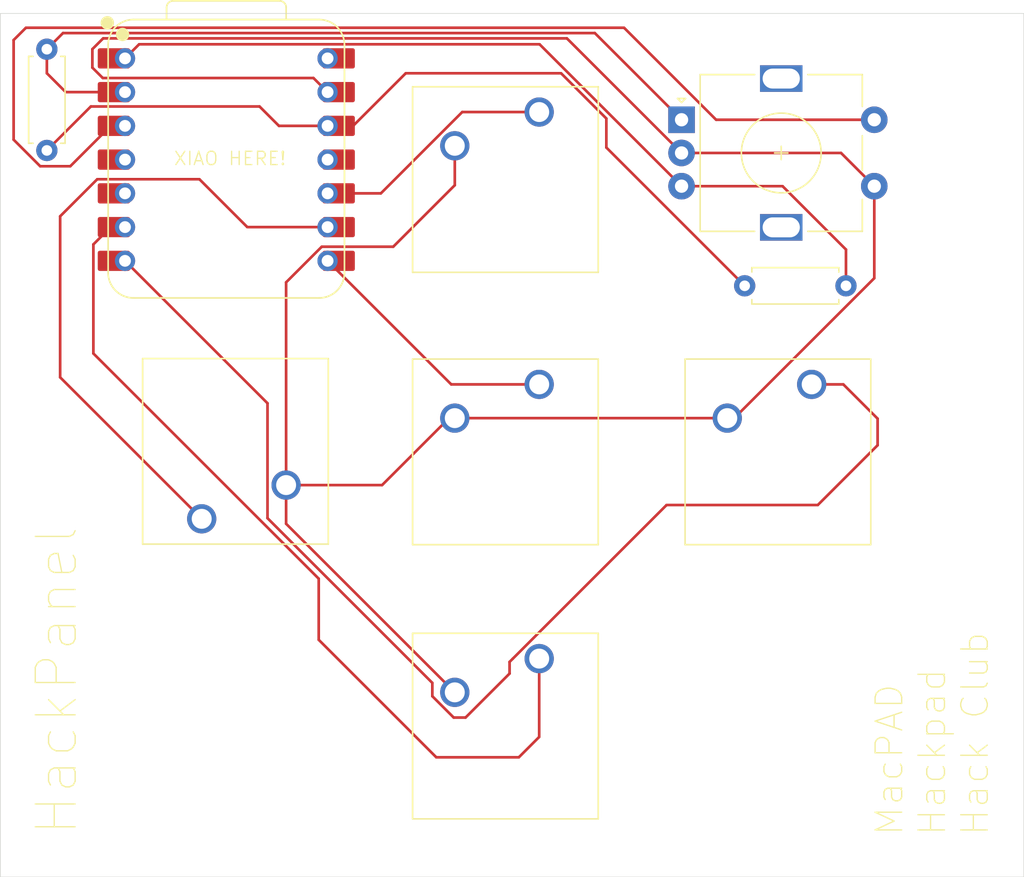
<source format=kicad_pcb>
(kicad_pcb (version 20240108) (generator "pcbnew") (generator_version "8.0")
  (layers (0 "F.Cu" signal) (31 "B.Cu" signal) (34 "B.Paste" user) (35 "F.Paste" user) (36 "B.SilkS" user "B.Silkscreen") (37 "F.SilkS" user "F.Silkscreen") (38 "B.Mask" user) (39 "F.Mask" user) (44 "Edge.Cuts" user))
  (net 0 "")
  (footprint "Rotary_Encoder:RotaryEncoder_Alps_EC11E-Switch_Vertical_H20mm" (layer "F.Cu") (at 161.25 69)
    (property "Reference" "SW1" (hide yes))
    (property "Value" "RotaryEncoder_Switch" (hide yes))
    (fp_line (start -0.3 -1.6) (end 0.3 -1.6) (stroke (width 0.12)) (layer "F.SilkS"))
    (fp_line (start 0 -1.3) (end -0.3 -1.6) (stroke (width 0.12)) (layer "F.SilkS"))
    (fp_line (start 0.3 -1.6) (end 0 -1.3) (stroke (width 0.12)) (layer "F.SilkS"))
    (fp_line (start 1.4 -3.4) (end 1.4 8.4) (stroke (width 0.12)) (layer "F.SilkS"))
    (fp_line (start 5.5 -3.4) (end 1.4 -3.4) (stroke (width 0.12)) (layer "F.SilkS"))
    (fp_line (start 5.5 8.4) (end 1.4 8.4) (stroke (width 0.12)) (layer "F.SilkS"))
    (fp_line (start 7 2.5) (end 8 2.5) (stroke (width 0.12)) (layer "F.SilkS"))
    (fp_line (start 7.5 2) (end 7.5 3) (stroke (width 0.12)) (layer "F.SilkS"))
    (fp_line (start 9.5 -3.4) (end 13.6 -3.4) (stroke (width 0.12)) (layer "F.SilkS"))
    (fp_line (start 13.6 -3.4) (end 13.6 -1) (stroke (width 0.12)) (layer "F.SilkS"))
    (fp_line (start 13.6 1.2) (end 13.6 3.8) (stroke (width 0.12)) (layer "F.SilkS"))
    (fp_line (start 13.6 6) (end 13.6 8.4) (stroke (width 0.12)) (layer "F.SilkS"))
    (fp_line (start 13.6 8.4) (end 9.5 8.4) (stroke (width 0.12)) (layer "F.SilkS"))
    (fp_circle (center 7.5 2.5) (end 10.5 2.5) (stroke (width 0.12)) (fill none) (layer "F.SilkS"))
    (pad "A" thru_hole rect (at 0 0) (size 2 2) (drill 1) (layers "*.Cu" "*.Mask"))
    (pad "B" thru_hole circle (at 0 5) (size 2 2) (drill 1) (layers "*.Cu" "*.Mask"))
    (pad "C" thru_hole circle (at 0 2.5) (size 2 2) (drill 1) (layers "*.Cu" "*.Mask"))
    (pad "MP" thru_hole rect (at 7.5 -3.1) (size 3.2 2) (drill oval 2.8 1.5) (layers "*.Cu" "*.Mask"))
    (pad "MP" thru_hole rect (at 7.5 8.1) (size 3.2 2) (drill oval 2.8 1.5) (layers "*.Cu" "*.Mask"))
    (pad "S1" thru_hole circle (at 14.5 5) (size 2 2) (drill 1) (layers "*.Cu" "*.Mask"))
    (pad "S2" thru_hole circle (at 14.5 0) (size 2 2) (drill 1) (layers "*.Cu" "*.Mask"))
  )
  (footprint "Button_Switch_Keyboard:SW_Cherry_MX_1.00u_PCB" (layer "F.Cu") (at 171.04 88.92)
    (property "Reference" "SW6" (hide yes))
    (property "Value" "SW_Push" (hide yes))
    (fp_line (start -9.525 -1.905) (end 4.445 -1.905) (stroke (width 0.12)) (layer "F.SilkS"))
    (fp_line (start -9.525 12.065) (end -9.525 -1.905) (stroke (width 0.12)) (layer "F.SilkS"))
    (fp_line (start 4.445 -1.905) (end 4.445 12.065) (stroke (width 0.12)) (layer "F.SilkS"))
    (fp_line (start 4.445 12.065) (end -9.525 12.065) (stroke (width 0.12)) (layer "F.SilkS"))
    (pad "" np_thru_hole circle (at -7.62 5.08) (size 1.7 1.7) (drill 1.7) (layers "*.Cu" "*.Mask"))
    (pad "" np_thru_hole circle (at -2.54 5.08) (size 4 4) (drill 4) (layers "*.Cu" "*.Mask"))
    (pad "" np_thru_hole circle (at 2.54 5.08) (size 1.7 1.7) (drill 1.7) (layers "*.Cu" "*.Mask"))
    (pad "1" thru_hole circle (at 0 0) (size 2.2 2.2) (drill 1.5) (layers "*.Cu" "*.Mask"))
    (pad "2" thru_hole circle (at -6.35 2.54) (size 2.2 2.2) (drill 1.5) (layers "*.Cu" "*.Mask"))
  )
  (footprint "Resistor_THT:R_Axial_DIN0207_L6.3mm_D2.5mm_P7.62mm_Horizontal" (layer "F.Cu") (at 173.62 81.5 180)
    (property "Reference" "R1" (hide yes))
    (property "Value" "5k" (hide yes))
    (fp_line (start 7.08 1.37) (end 7.08 1.04) (stroke (width 0.12)) (layer "F.SilkS"))
    (fp_line (start 7.08 -1.37) (end 7.08 -1.04) (stroke (width 0.12)) (layer "F.SilkS"))
    (fp_line (start 0.54 1.37) (end 7.08 1.37) (stroke (width 0.12)) (layer "F.SilkS"))
    (fp_line (start 0.54 1.04) (end 0.54 1.37) (stroke (width 0.12)) (layer "F.SilkS"))
    (fp_line (start 0.54 -1.04) (end 0.54 -1.37) (stroke (width 0.12)) (layer "F.SilkS"))
    (fp_line (start 0.54 -1.37) (end 7.08 -1.37) (stroke (width 0.12)) (layer "F.SilkS"))
    (pad "1" thru_hole circle (at 0 0 180) (size 1.6 1.6) (drill 0.8) (layers "*.Cu" "*.Mask"))
    (pad "2" thru_hole oval (at 7.62 0 180) (size 1.6 1.6) (drill 0.8) (layers "*.Cu" "*.Mask"))
  )
  (footprint "Resistor_THT:R_Axial_DIN0207_L6.3mm_D2.5mm_P7.62mm_Horizontal" (layer "F.Cu") (at 113.5 63.69 -90)
    (property "Reference" "R2" (hide yes))
    (property "Value" "5k" (hide yes))
    (fp_line (start 0.54 1.37) (end 7.08 1.37) (stroke (width 0.12)) (layer "F.SilkS"))
    (fp_line (start 7.08 1.37) (end 7.08 1.04) (stroke (width 0.12)) (layer "F.SilkS"))
    (fp_line (start 0.54 1.04) (end 0.54 1.37) (stroke (width 0.12)) (layer "F.SilkS"))
    (fp_line (start 0.54 -1.04) (end 0.54 -1.37) (stroke (width 0.12)) (layer "F.SilkS"))
    (fp_line (start 0.54 -1.37) (end 7.08 -1.37) (stroke (width 0.12)) (layer "F.SilkS"))
    (fp_line (start 7.08 -1.37) (end 7.08 -1.04) (stroke (width 0.12)) (layer "F.SilkS"))
    (pad "1" thru_hole circle (at 0 0 270) (size 1.6 1.6) (drill 0.8) (layers "*.Cu" "*.Mask"))
    (pad "2" thru_hole oval (at 7.62 0 270) (size 1.6 1.6) (drill 0.8) (layers "*.Cu" "*.Mask"))
  )
  (footprint "Seeed Studio XIAO Series Library:XIAO-RP2040-DIP" (layer "F.Cu") (at 127 72)
    (property "Reference" "U1" (hide yes))
    (property "Value" "XIAO-RP2040-DIP" (hide yes))
    (fp_line (start -8.89 8.509) (end -8.89 -8.636) (stroke (width 0.127)) (layer "F.SilkS"))
    (fp_line (start -6.985 10.414) (end 6.985 10.414) (stroke (width 0.127)) (layer "F.SilkS"))
    (fp_line (start -4.495 -10.541) (end -4.491272 -11.451272) (stroke (width 0.127)) (layer "F.SilkS"))
    (fp_line (start -3.991272 -11.951) (end 4.004 -11.951) (stroke (width 0.127)) (layer "F.SilkS"))
    (fp_line (start 4.504 -11.451) (end 4.504 -10.541) (stroke (width 0.127)) (layer "F.SilkS"))
    (fp_line (start 6.985 -10.541) (end -6.985 -10.541) (stroke (width 0.1)) (layer "F.SilkS"))
    (fp_line (start 6.985 -10.541) (end -6.985 -10.541) (stroke (width 0.127)) (layer "F.SilkS"))
    (fp_line (start 8.89 8.509) (end 8.89 -8.636) (stroke (width 0.127)) (layer "F.SilkS"))
    (fp_arc (start -8.89 -8.636) (mid -8.332038 -9.983038) (end -6.985 -10.541) (stroke (width 0.127)) (layer "F.SilkS"))
    (fp_arc (start -6.985 10.414) (mid -8.332038 9.856038) (end -8.89 8.509) (stroke (width 0.127)) (layer "F.SilkS"))
    (fp_arc (start -4.491272 -11.451272) (mid -4.344724 -11.804644) (end -3.991272 -11.951) (stroke (width 0.127)) (layer "F.SilkS"))
    (fp_arc (start 4.004 -11.951) (mid 4.357553 -11.804553) (end 4.504 -11.451) (stroke (width 0.127)) (layer "F.SilkS"))
    (fp_arc (start 6.985 -10.541) (mid 8.332038 -9.983038) (end 8.89 -8.636) (stroke (width 0.127)) (layer "F.SilkS"))
    (fp_arc (start 8.89 8.509) (mid 8.332038 9.856038) (end 6.985 10.414) (stroke (width 0.127)) (layer "F.SilkS"))
    (fp_circle (center -8.95 -10.3) (end -8.95 -10.554) (stroke (width 0.5)) (fill solid) (layer "F.SilkS"))
    (fp_circle (center -7.807 -9.42) (end -7.807 -9.674) (stroke (width 0.5)) (fill solid) (layer "F.SilkS"))
    (pad "1" smd roundrect (at -8.455 -7.62 180) (size 2.432 1.524) (layers "F.Cu" "F.Mask") (roundrect_rratio 0.1))
    (pad "1" thru_hole circle (at -7.62 -7.62 180) (size 1.524 1.524) (drill 0.889) (layers "*.Cu" "*.Mask"))
    (pad "2" smd roundrect (at -8.455 -5.08 180) (size 2.432 1.524) (layers "F.Cu" "F.Mask") (roundrect_rratio 0.1))
    (pad "2" thru_hole circle (at -7.62 -5.08 180) (size 1.524 1.524) (drill 0.889) (layers "*.Cu" "*.Mask"))
    (pad "3" smd roundrect (at -8.455 -2.54 180) (size 2.432 1.524) (layers "F.Cu" "F.Mask") (roundrect_rratio 0.1))
    (pad "3" thru_hole circle (at -7.62 -2.54 180) (size 1.524 1.524) (drill 0.889) (layers "*.Cu" "*.Mask"))
    (pad "4" smd roundrect (at -8.455 0 180) (size 2.432 1.524) (layers "F.Cu" "F.Mask") (roundrect_rratio 0.1))
    (pad "4" thru_hole circle (at -7.62 0 180) (size 1.524 1.524) (drill 0.889) (layers "*.Cu" "*.Mask"))
    (pad "5" smd roundrect (at -8.455 2.54 180) (size 2.432 1.524) (layers "F.Cu" "F.Mask") (roundrect_rratio 0.1))
    (pad "5" thru_hole circle (at -7.62 2.54 180) (size 1.524 1.524) (drill 0.889) (layers "*.Cu" "*.Mask"))
    (pad "6" smd roundrect (at -8.455 5.08 180) (size 2.432 1.524) (layers "F.Cu" "F.Mask") (roundrect_rratio 0.1))
    (pad "6" thru_hole circle (at -7.62 5.08 180) (size 1.524 1.524) (drill 0.889) (layers "*.Cu" "*.Mask"))
    (pad "7" smd roundrect (at -8.455 7.62 180) (size 2.432 1.524) (layers "F.Cu" "F.Mask") (roundrect_rratio 0.1))
    (pad "7" thru_hole circle (at -7.62 7.62 180) (size 1.524 1.524) (drill 0.889) (layers "*.Cu" "*.Mask"))
    (pad "8" thru_hole circle (at 7.62 7.62) (size 1.524 1.524) (drill 0.889) (layers "*.Cu" "*.Mask"))
    (pad "8" smd roundrect (at 8.455 7.62) (size 2.432 1.524) (layers "F.Cu" "F.Mask") (roundrect_rratio 0.1))
    (pad "9" thru_hole circle (at 7.62 5.08) (size 1.524 1.524) (drill 0.889) (layers "*.Cu" "*.Mask"))
    (pad "9" smd roundrect (at 8.455 5.08) (size 2.432 1.524) (layers "F.Cu" "F.Mask") (roundrect_rratio 0.1))
    (pad "10" thru_hole circle (at 7.62 2.54) (size 1.524 1.524) (drill 0.889) (layers "*.Cu" "*.Mask"))
    (pad "10" smd roundrect (at 8.455 2.54) (size 2.432 1.524) (layers "F.Cu" "F.Mask") (roundrect_rratio 0.1))
    (pad "11" thru_hole circle (at 7.62 0) (size 1.524 1.524) (drill 0.889) (layers "*.Cu" "*.Mask"))
    (pad "11" smd roundrect (at 8.455 0) (size 2.432 1.524) (layers "F.Cu" "F.Mask") (roundrect_rratio 0.1))
    (pad "12" thru_hole circle (at 7.62 -2.54) (size 1.524 1.524) (drill 0.889) (layers "*.Cu" "*.Mask"))
    (pad "12" smd roundrect (at 8.455 -2.54) (size 2.432 1.524) (layers "F.Cu" "F.Mask") (roundrect_rratio 0.1))
    (pad "13" thru_hole circle (at 7.62 -5.08) (size 1.524 1.524) (drill 0.889) (layers "*.Cu" "*.Mask"))
    (pad "13" smd roundrect (at 8.455 -5.08) (size 2.432 1.524) (layers "F.Cu" "F.Mask") (roundrect_rratio 0.1))
    (pad "14" thru_hole circle (at 7.62 -7.62) (size 1.524 1.524) (drill 0.889) (layers "*.Cu" "*.Mask"))
    (pad "14" smd roundrect (at 8.455 -7.62) (size 2.432 1.524) (layers "F.Cu" "F.Mask") (roundrect_rratio 0.1))
  )
  (footprint "Button_Switch_Keyboard:SW_Cherry_MX_1.00u_PCB" (layer "F.Cu") (at 125.15 99.04 180)
    (property "Reference" "SW4" (hide yes))
    (property "Value" "SW_Push" (hide yes))
    (fp_line (start 4.445 12.065) (end -9.525 12.065) (stroke (width 0.12)) (layer "F.SilkS"))
    (fp_line (start 4.445 -1.905) (end 4.445 12.065) (stroke (width 0.12)) (layer "F.SilkS"))
    (fp_line (start -9.525 12.065) (end -9.525 -1.905) (stroke (width 0.12)) (layer "F.SilkS"))
    (fp_line (start -9.525 -1.905) (end 4.445 -1.905) (stroke (width 0.12)) (layer "F.SilkS"))
    (pad "" np_thru_hole circle (at -7.62 5.08 180) (size 1.7 1.7) (drill 1.7) (layers "*.Cu" "*.Mask"))
    (pad "" np_thru_hole circle (at -2.54 5.08 180) (size 4 4) (drill 4) (layers "*.Cu" "*.Mask"))
    (pad "" np_thru_hole circle (at 2.54 5.08 180) (size 1.7 1.7) (drill 1.7) (layers "*.Cu" "*.Mask"))
    (pad "1" thru_hole circle (at 0 0 180) (size 2.2 2.2) (drill 1.5) (layers "*.Cu" "*.Mask"))
    (pad "2" thru_hole circle (at -6.35 2.54 180) (size 2.2 2.2) (drill 1.5) (layers "*.Cu" "*.Mask"))
  )
  (footprint "Button_Switch_Keyboard:SW_Cherry_MX_2.75u_PCB" (layer "F.Cu") (at 150.54 109.5625)
    (property "Reference" "SW7" (hide yes))
    (property "Value" "SW_Push" (hide yes))
    (fp_line (start -9.525 -1.905) (end 4.445 -1.905) (stroke (width 0.12)) (layer "F.SilkS"))
    (fp_line (start -9.525 12.065) (end -9.525 -1.905) (stroke (width 0.12)) (layer "F.SilkS"))
    (fp_line (start 4.445 -1.905) (end 4.445 12.065) (stroke (width 0.12)) (layer "F.SilkS"))
    (fp_line (start 4.445 12.065) (end -9.525 12.065) (stroke (width 0.12)) (layer "F.SilkS"))
    (pad "" np_thru_hole circle (at -14.44 -1.92) (size 3.05 3.05) (drill 3.05) (layers "*.Cu" "*.Mask"))
    (pad "" np_thru_hole circle (at -14.44 13.32) (size 4 4) (drill 4) (layers "*.Cu" "*.Mask"))
    (pad "" np_thru_hole circle (at -7.62 5.08) (size 1.7 1.7) (drill 1.7) (layers "*.Cu" "*.Mask"))
    (pad "" np_thru_hole circle (at -2.54 5.08) (size 4 4) (drill 4) (layers "*.Cu" "*.Mask"))
    (pad "" np_thru_hole circle (at 2.54 5.08) (size 1.7 1.7) (drill 1.7) (layers "*.Cu" "*.Mask"))
    (pad "" np_thru_hole circle (at 9.36 -1.92) (size 3.05 3.05) (drill 3.05) (layers "*.Cu" "*.Mask"))
    (pad "" np_thru_hole circle (at 9.36 13.32) (size 4 4) (drill 4) (layers "*.Cu" "*.Mask"))
    (pad "1" thru_hole circle (at 0 0) (size 2.2 2.2) (drill 1.5) (layers "*.Cu" "*.Mask"))
    (pad "2" thru_hole circle (at -6.35 2.54) (size 2.2 2.2) (drill 1.5) (layers "*.Cu" "*.Mask"))
  )
  (footprint "Button_Switch_Keyboard:SW_Cherry_MX_1.00u_PCB" (layer "F.Cu") (at 150.54 88.92)
    (property "Reference" "SW5" (hide yes))
    (property "Value" "SW_Push" (hide yes))
    (fp_line (start -9.525 -1.905) (end 4.445 -1.905) (stroke (width 0.12)) (layer "F.SilkS"))
    (fp_line (start -9.525 12.065) (end -9.525 -1.905) (stroke (width 0.12)) (layer "F.SilkS"))
    (fp_line (start 4.445 -1.905) (end 4.445 12.065) (stroke (width 0.12)) (layer "F.SilkS"))
    (fp_line (start 4.445 12.065) (end -9.525 12.065) (stroke (width 0.12)) (layer "F.SilkS"))
    (pad "" np_thru_hole circle (at -7.62 5.08) (size 1.7 1.7) (drill 1.7) (layers "*.Cu" "*.Mask"))
    (pad "" np_thru_hole circle (at -2.54 5.08) (size 4 4) (drill 4) (layers "*.Cu" "*.Mask"))
    (pad "" np_thru_hole circle (at 2.54 5.08) (size 1.7 1.7) (drill 1.7) (layers "*.Cu" "*.Mask"))
    (pad "1" thru_hole circle (at 0 0) (size 2.2 2.2) (drill 1.5) (layers "*.Cu" "*.Mask"))
    (pad "2" thru_hole circle (at -6.35 2.54) (size 2.2 2.2) (drill 1.5) (layers "*.Cu" "*.Mask"))
  )
  (footprint "Button_Switch_Keyboard:SW_Cherry_MX_1.00u_PCB" (layer "F.Cu") (at 150.54 68.42)
    (property "Reference" "SW3" (hide yes))
    (property "Value" "SW_Push" (hide yes))
    (fp_line (start -9.525 -1.905) (end 4.445 -1.905) (stroke (width 0.12)) (layer "F.SilkS"))
    (fp_line (start -9.525 12.065) (end -9.525 -1.905) (stroke (width 0.12)) (layer "F.SilkS"))
    (fp_line (start 4.445 -1.905) (end 4.445 12.065) (stroke (width 0.12)) (layer "F.SilkS"))
    (fp_line (start 4.445 12.065) (end -9.525 12.065) (stroke (width 0.12)) (layer "F.SilkS"))
    (pad "" np_thru_hole circle (at -7.62 5.08) (size 1.7 1.7) (drill 1.7) (layers "*.Cu" "*.Mask"))
    (pad "" np_thru_hole circle (at -2.54 5.08) (size 4 4) (drill 4) (layers "*.Cu" "*.Mask"))
    (pad "" np_thru_hole circle (at 2.54 5.08) (size 1.7 1.7) (drill 1.7) (layers "*.Cu" "*.Mask"))
    (pad "1" thru_hole circle (at 0 0) (size 2.2 2.2) (drill 1.5) (layers "*.Cu" "*.Mask"))
    (pad "2" thru_hole circle (at -6.35 2.54) (size 2.2 2.2) (drill 1.5) (layers "*.Cu" "*.Mask"))
  )
  (gr_rect (start 110 61) (end 187 126) (stroke (width 0.05)) (fill none) (layer "Edge.Cuts"))
  (gr_text "XIAO HERE!" (at 123 72.5 0) (layer "F.SilkS") (effects (font (size 1 1) (thickness 0.1)) (justify left bottom)))
  (gr_text "HackPanel" (at 116 123 90) (layer "F.SilkS") (effects (font (size 3 3) (thickness 0.1)) (justify left bottom)))
  (gr_text "MacPAD\nHackpad\nHack Club" (at 184.5 123 90) (layer "F.SilkS") (effects (font (size 2 2) (thickness 0.1)) (justify left bottom)))
  (segment (start 148.311301 110.688699) (end 145 114) (width 0.2) (layer "F.Cu") (net 0))
  (segment (start 163.85 69) (end 175.75 69) (width 0.2) (layer "F.Cu") (net 0))
  (segment (start 156.925 62.075) (end 163.85 69) (width 0.2) (layer "F.Cu") (net 0))
  (segment (start 128.58 77.08) (end 134.62 77.08) (width 0.2) (layer "F.Cu") (net 0))
  (segment (start 160.122601 98) (end 171.5 98) (width 0.2) (layer "F.Cu") (net 0))
  (segment (start 152.184314 65.5) (end 155.592157 68.907843) (width 0.2) (layer "F.Cu") (net 0))
  (segment (start 136.54 69.46) (end 140.5 65.5) (width 0.2) (layer "F.Cu") (net 0))
  (segment (start 134.62 69.46) (end 130.96 69.46) (width 0.2) (layer "F.Cu") (net 0))
  (segment (start 164.69 91.46) (end 144.19 91.46) (width 0.2) (layer "F.Cu") (net 0))
  (segment (start 150.54 115.46) (end 150.54 109.5625) (width 0.2) (layer "F.Cu") (net 0))
  (segment (start 131.5 96.5) (end 138.722944 96.5) (width 0.2) (layer "F.Cu") (net 0))
  (segment (start 134.62 69.46) (end 136.54 69.46) (width 0.2) (layer "F.Cu") (net 0))
  (segment (start 114.5 76.267786) (end 117.289786 73.478) (width 0.2) (layer "F.Cu") (net 0))
  (segment (start 173.25 71.5) (end 175.75 74) (width 0.2) (layer "F.Cu") (net 0))
  (segment (start 119.38 66.92) (end 114.92 66.92) (width 0.2) (layer "F.Cu") (net 0))
  (segment (start 130.1 98.99085) (end 142.5 111.39085) (width 0.2) (layer "F.Cu") (net 0))
  (segment (start 173.42 88.92) (end 171.04 88.92) (width 0.2) (layer "F.Cu") (net 0))
  (segment (start 118.30237 69.46) (end 115.26237 72.5) (width 0.2) (layer "F.Cu") (net 0))
  (segment (start 148.311301 109.811301) (end 148.311301 110.688699) (width 0.2) (layer "F.Cu") (net 0))
  (segment (start 155.592157 68.907843) (end 155.592157 71.092157) (width 0.2) (layer "F.Cu") (net 0))
  (segment (start 130.96 69.46) (end 129.5 68) (width 0.2) (layer "F.Cu") (net 0))
  (segment (start 134.62 74.54) (end 138.630101 74.54) (width 0.2) (layer "F.Cu") (net 0))
  (segment (start 142.79835 116.9925) (end 149.0075 116.9925) (width 0.2) (layer "F.Cu") (net 0))
  (segment (start 117 78.38237) (end 117 86.593402) (width 0.2) (layer "F.Cu") (net 0))
  (segment (start 176 93.5) (end 176 91.5) (width 0.2) (layer "F.Cu") (net 0))
  (segment (start 140.5 65.5) (end 152.184314 65.5) (width 0.2) (layer "F.Cu") (net 0))
  (segment (start 133.953299 108.147449) (end 142.79835 116.9925) (width 0.2) (layer "F.Cu") (net 0))
  (segment (start 117.732786 62.875) (end 116.923893 63.683893) (width 0.2) (layer "F.Cu") (net 0))
  (segment (start 154.725 62.475) (end 114.715 62.475) (width 0.2) (layer "F.Cu") (net 0))
  (segment (start 161.25 71.5) (end 173.25 71.5) (width 0.2) (layer "F.Cu") (net 0))
  (segment (start 119.38 69.46) (end 118.30237 69.46) (width 0.2) (layer "F.Cu") (net 0))
  (segment (start 171.5 98) (end 176 93.5) (width 0.2) (layer "F.Cu") (net 0))
  (segment (start 111 70.5) (end 111 63) (width 0.2) (layer "F.Cu") (net 0))
  (segment (start 116.923893 65.076107) (end 117.705786 65.858) (width 0.2) (layer "F.Cu") (net 0))
  (segment (start 116.923893 63.683893) (end 116.923893 65.076107) (width 0.2) (layer "F.Cu") (net 0))
  (segment (start 125.15 99.04) (end 114.5 88.39) (width 0.2) (layer "F.Cu") (net 0))
  (segment (start 168.85 74) (end 161.25 74) (width 0.2) (layer "F.Cu") (net 0))
  (segment (start 142.5 112.392399) (end 144.107601 114) (width 0.2) (layer "F.Cu") (net 0))
  (segment (start 116.81 68) (end 113.5 71.31) (width 0.2) (layer "F.Cu") (net 0))
  (segment (start 115.26237 72.5) (end 113 72.5) (width 0.2) (layer "F.Cu") (net 0))
  (segment (start 117 86.593402) (end 133.953299 103.546701) (width 0.2) (layer "F.Cu") (net 0))
  (segment (start 175.75 80.925635) (end 165.215635 91.46) (width 0.2) (layer "F.Cu") (net 0))
  (segment (start 144.750101 68.42) (end 150.54 68.42) (width 0.2) (layer "F.Cu") (net 0))
  (segment (start 150.54 88.92) (end 143.92 88.92) (width 0.2) (layer "F.Cu") (net 0))
  (segment (start 144.107601 114) (end 145 114) (width 0.2) (layer "F.Cu") (net 0))
  (segment (start 131.5 99.4125) (end 144.19 112.1025) (width 0.2) (layer "F.Cu") (net 0))
  (segment (start 120.442 63.318) (end 150.568 63.318) (width 0.2) (layer "F.Cu") (net 0))
  (segment (start 119.38 64.38) (end 120.442 63.318) (width 0.2) (layer "F.Cu") (net 0))
  (segment (start 148.561301 109.561301) (end 160.122601 98) (width 0.2) (layer "F.Cu") (net 0))
  (segment (start 111.925 62.075) (end 156.925 62.075) (width 0.2) (layer "F.Cu") (net 0))
  (segment (start 144.19 73.927056) (end 139.559056 78.558) (width 0.2) (layer "F.Cu") (net 0))
  (segment (start 144.19 70.96) (end 144.19 73.927056) (width 0.2) (layer "F.Cu") (net 0))
  (segment (start 143.92 88.92) (end 134.62 79.62) (width 0.2) (layer "F.Cu") (net 0))
  (segment (start 150.568 63.318) (end 161.25 74) (width 0.2) (layer "F.Cu") (net 0))
  (segment (start 175.75 74) (end 175.75 80.925635) (width 0.2) (layer "F.Cu") (net 0))
  (segment (start 143.762944 91.46) (end 144.19 91.46) (width 0.2) (layer "F.Cu") (net 0))
  (segment (start 129.5 68) (end 116.81 68) (width 0.2) (layer "F.Cu") (net 0))
  (segment (start 117.289786 73.478) (end 124.978 73.478) (width 0.2) (layer "F.Cu") (net 0))
  (segment (start 148.561301 109.561301) (end 148.311301 109.811301) (width 0.2) (layer "F.Cu") (net 0))
  (segment (start 155.592157 71.092157) (end 166 81.5) (width 0.2) (layer "F.Cu") (net 0))
  (segment (start 124.978 73.478) (end 128.58 77.08) (width 0.2) (layer "F.Cu") (net 0))
  (segment (start 173.62 78.77) (end 168.85 74) (width 0.2) (layer "F.Cu") (net 0))
  (segment (start 117.705786 65.858) (end 133.558 65.858) (width 0.2) (layer "F.Cu") (net 0))
  (segment (start 149.0075 116.9925) (end 150.54 115.46) (width 0.2) (layer "F.Cu") (net 0))
  (segment (start 131.5 96.5) (end 131.5 99.4125) (width 0.2) (layer "F.Cu") (net 0))
  (segment (start 113.5 65.5) (end 113.5 63.69) (width 0.2) (layer "F.Cu") (net 0))
  (segment (start 114.5 88.39) (end 114.5 76.267786) (width 0.2) (layer "F.Cu") (net 0))
  (segment (start 114.715 62.475) (end 113.5 63.69) (width 0.2) (layer "F.Cu") (net 0))
  (segment (start 161.25 71.5) (end 152.625 62.875) (width 0.2) (layer "F.Cu") (net 0))
  (segment (start 131.5 81.238105) (end 131.5 96.5) (width 0.2) (layer "F.Cu") (net 0))
  (segment (start 134.180105 78.558) (end 131.5 81.238105) (width 0.2) (layer "F.Cu") (net 0))
  (segment (start 154.725 62.475) (end 161.25 69) (width 0.2) (layer "F.Cu") (net 0))
  (segment (start 111 63) (end 111.925 62.075) (width 0.2) (layer "F.Cu") (net 0))
  (segment (start 113 72.5) (end 111 70.5) (width 0.2) (layer "F.Cu") (net 0))
  (segment (start 176 91.5) (end 173.42 88.92) (width 0.2) (layer "F.Cu") (net 0))
  (segment (start 119.38 79.62) (end 130.1 90.34) (width 0.2) (layer "F.Cu") (net 0))
  (segment (start 130.1 90.34) (end 130.1 98.99085) (width 0.2) (layer "F.Cu") (net 0))
  (segment (start 133.953299 103.546701) (end 133.953299 108.147449) (width 0.2) (layer "F.Cu") (net 0))
  (segment (start 152.625 62.875) (end 117.732786 62.875) (width 0.2) (layer "F.Cu") (net 0))
  (segment (start 119.38 77.08) (end 118.30237 77.08) (width 0.2) (layer "F.Cu") (net 0))
  (segment (start 138.722944 96.5) (end 143.762944 91.46) (width 0.2) (layer "F.Cu") (net 0))
  (segment (start 173.62 81.5) (end 173.62 78.77) (width 0.2) (layer "F.Cu") (net 0))
  (segment (start 139.559056 78.558) (end 134.180105 78.558) (width 0.2) (layer "F.Cu") (net 0))
  (segment (start 114.92 66.92) (end 113.5 65.5) (width 0.2) (layer "F.Cu") (net 0))
  (segment (start 165.215635 91.46) (end 164.69 91.46) (width 0.2) (layer "F.Cu") (net 0))
  (segment (start 138.630101 74.54) (end 144.750101 68.42) (width 0.2) (layer "F.Cu") (net 0))
  (segment (start 118.30237 77.08) (end 117 78.38237) (width 0.2) (layer "F.Cu") (net 0))
  (segment (start 142.5 111.39085) (end 142.5 112.392399) (width 0.2) (layer "F.Cu") (net 0))
  (segment (start 133.558 65.858) (end 134.62 66.92) (width 0.2) (layer "F.Cu") (net 0))
)
</source>
